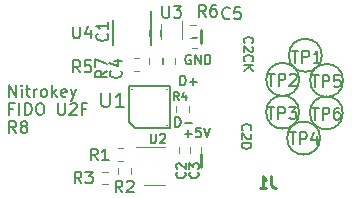
<source format=gto>
G04 #@! TF.GenerationSoftware,KiCad,Pcbnew,(5.0.1)-4*
G04 #@! TF.CreationDate,2019-01-04T14:17:08+01:00*
G04 #@! TF.ProjectId,nk-u2f,6E6B2D7532662E6B696361645F706362,R8*
G04 #@! TF.SameCoordinates,PX6e8e008PY57c9250*
G04 #@! TF.FileFunction,Legend,Top*
G04 #@! TF.FilePolarity,Positive*
%FSLAX46Y46*%
G04 Gerber Fmt 4.6, Leading zero omitted, Abs format (unit mm)*
G04 Created by KiCad (PCBNEW (5.0.1)-4) date 04.01.2019 14:17:08*
%MOMM*%
%LPD*%
G01*
G04 APERTURE LIST*
%ADD10C,0.150000*%
%ADD11C,0.120000*%
%ADD12C,0.254000*%
%ADD13C,0.250000*%
%ADD14C,0.304800*%
G04 APERTURE END LIST*
D10*
X316133Y-9899680D02*
X-17200Y-9423490D01*
X-255296Y-9899680D02*
X-255296Y-8899680D01*
X125657Y-8899680D01*
X220895Y-8947300D01*
X268514Y-8994919D01*
X316133Y-9090157D01*
X316133Y-9233014D01*
X268514Y-9328252D01*
X220895Y-9375871D01*
X125657Y-9423490D01*
X-255296Y-9423490D01*
X887561Y-9328252D02*
X792323Y-9280633D01*
X744704Y-9233014D01*
X697085Y-9137776D01*
X697085Y-9090157D01*
X744704Y-8994919D01*
X792323Y-8947300D01*
X887561Y-8899680D01*
X1078038Y-8899680D01*
X1173276Y-8947300D01*
X1220895Y-8994919D01*
X1268514Y-9090157D01*
X1268514Y-9137776D01*
X1220895Y-9233014D01*
X1173276Y-9280633D01*
X1078038Y-9328252D01*
X887561Y-9328252D01*
X792323Y-9375871D01*
X744704Y-9423490D01*
X697085Y-9518728D01*
X697085Y-9709204D01*
X744704Y-9804442D01*
X792323Y-9852061D01*
X887561Y-9899680D01*
X1078038Y-9899680D01*
X1173276Y-9852061D01*
X1220895Y-9804442D01*
X1268514Y-9709204D01*
X1268514Y-9518728D01*
X1220895Y-9423490D01*
X1173276Y-9375871D01*
X1078038Y-9328252D01*
X68828Y-7851871D02*
X-264505Y-7851871D01*
X-264505Y-8375680D02*
X-264505Y-7375680D01*
X211685Y-7375680D01*
X592638Y-8375680D02*
X592638Y-7375680D01*
X1068828Y-8375680D02*
X1068828Y-7375680D01*
X1306923Y-7375680D01*
X1449780Y-7423300D01*
X1545019Y-7518538D01*
X1592638Y-7613776D01*
X1640257Y-7804252D01*
X1640257Y-7947109D01*
X1592638Y-8137585D01*
X1545019Y-8232823D01*
X1449780Y-8328061D01*
X1306923Y-8375680D01*
X1068828Y-8375680D01*
X2259304Y-7375680D02*
X2449780Y-7375680D01*
X2545019Y-7423300D01*
X2640257Y-7518538D01*
X2687876Y-7709014D01*
X2687876Y-8042347D01*
X2640257Y-8232823D01*
X2545019Y-8328061D01*
X2449780Y-8375680D01*
X2259304Y-8375680D01*
X2164066Y-8328061D01*
X2068828Y-8232823D01*
X2021209Y-8042347D01*
X2021209Y-7709014D01*
X2068828Y-7518538D01*
X2164066Y-7423300D01*
X2259304Y-7375680D01*
X3878352Y-7375680D02*
X3878352Y-8185204D01*
X3925971Y-8280442D01*
X3973590Y-8328061D01*
X4068828Y-8375680D01*
X4259304Y-8375680D01*
X4354542Y-8328061D01*
X4402161Y-8280442D01*
X4449780Y-8185204D01*
X4449780Y-7375680D01*
X4878352Y-7470919D02*
X4925971Y-7423300D01*
X5021209Y-7375680D01*
X5259304Y-7375680D01*
X5354542Y-7423300D01*
X5402161Y-7470919D01*
X5449780Y-7566157D01*
X5449780Y-7661395D01*
X5402161Y-7804252D01*
X4830733Y-8375680D01*
X5449780Y-8375680D01*
X6211685Y-7851871D02*
X5878352Y-7851871D01*
X5878352Y-8375680D02*
X5878352Y-7375680D01*
X6354542Y-7375680D01*
X-258215Y-6838980D02*
X-258215Y-5838980D01*
X313214Y-6838980D01*
X313214Y-5838980D01*
X789404Y-6838980D02*
X789404Y-6172314D01*
X789404Y-5838980D02*
X741785Y-5886600D01*
X789404Y-5934219D01*
X837023Y-5886600D01*
X789404Y-5838980D01*
X789404Y-5934219D01*
X1122738Y-6172314D02*
X1503690Y-6172314D01*
X1265595Y-5838980D02*
X1265595Y-6696123D01*
X1313214Y-6791361D01*
X1408452Y-6838980D01*
X1503690Y-6838980D01*
X1837023Y-6838980D02*
X1837023Y-6172314D01*
X1837023Y-6362790D02*
X1884642Y-6267552D01*
X1932261Y-6219933D01*
X2027500Y-6172314D01*
X2122738Y-6172314D01*
X2598928Y-6838980D02*
X2503690Y-6791361D01*
X2456071Y-6743742D01*
X2408452Y-6648504D01*
X2408452Y-6362790D01*
X2456071Y-6267552D01*
X2503690Y-6219933D01*
X2598928Y-6172314D01*
X2741785Y-6172314D01*
X2837023Y-6219933D01*
X2884642Y-6267552D01*
X2932261Y-6362790D01*
X2932261Y-6648504D01*
X2884642Y-6743742D01*
X2837023Y-6791361D01*
X2741785Y-6838980D01*
X2598928Y-6838980D01*
X3360833Y-6838980D02*
X3360833Y-5838980D01*
X3456071Y-6458028D02*
X3741785Y-6838980D01*
X3741785Y-6172314D02*
X3360833Y-6553266D01*
X4551309Y-6791361D02*
X4456071Y-6838980D01*
X4265595Y-6838980D01*
X4170357Y-6791361D01*
X4122738Y-6696123D01*
X4122738Y-6315171D01*
X4170357Y-6219933D01*
X4265595Y-6172314D01*
X4456071Y-6172314D01*
X4551309Y-6219933D01*
X4598928Y-6315171D01*
X4598928Y-6410409D01*
X4122738Y-6505647D01*
X4932261Y-6172314D02*
X5170357Y-6838980D01*
X5408452Y-6172314D02*
X5170357Y-6838980D01*
X5075119Y-7077076D01*
X5027500Y-7124695D01*
X4932261Y-7172314D01*
X19518485Y-9666666D02*
X19480390Y-9628571D01*
X19442295Y-9514285D01*
X19442295Y-9438095D01*
X19480390Y-9323809D01*
X19556580Y-9247619D01*
X19632771Y-9209523D01*
X19785152Y-9171428D01*
X19899438Y-9171428D01*
X20051819Y-9209523D01*
X20128009Y-9247619D01*
X20204200Y-9323809D01*
X20242295Y-9438095D01*
X20242295Y-9514285D01*
X20204200Y-9628571D01*
X20166104Y-9666666D01*
X20166104Y-9971428D02*
X20204200Y-10009523D01*
X20242295Y-10085714D01*
X20242295Y-10276190D01*
X20204200Y-10352380D01*
X20166104Y-10390476D01*
X20089914Y-10428571D01*
X20013723Y-10428571D01*
X19899438Y-10390476D01*
X19442295Y-9933333D01*
X19442295Y-10428571D01*
X19442295Y-10771428D02*
X20242295Y-10771428D01*
X20242295Y-10961904D01*
X20204200Y-11076190D01*
X20128009Y-11152380D01*
X20051819Y-11190476D01*
X19899438Y-11228571D01*
X19785152Y-11228571D01*
X19632771Y-11190476D01*
X19556580Y-11152380D01*
X19480390Y-11076190D01*
X19442295Y-10961904D01*
X19442295Y-10771428D01*
X19672485Y-2266766D02*
X19634390Y-2228671D01*
X19596295Y-2114385D01*
X19596295Y-2038195D01*
X19634390Y-1923909D01*
X19710580Y-1847719D01*
X19786771Y-1809623D01*
X19939152Y-1771528D01*
X20053438Y-1771528D01*
X20205819Y-1809623D01*
X20282009Y-1847719D01*
X20358200Y-1923909D01*
X20396295Y-2038195D01*
X20396295Y-2114385D01*
X20358200Y-2228671D01*
X20320104Y-2266766D01*
X20320104Y-2571528D02*
X20358200Y-2609623D01*
X20396295Y-2685814D01*
X20396295Y-2876290D01*
X20358200Y-2952480D01*
X20320104Y-2990576D01*
X20243914Y-3028671D01*
X20167723Y-3028671D01*
X20053438Y-2990576D01*
X19596295Y-2533433D01*
X19596295Y-3028671D01*
X19672485Y-3828671D02*
X19634390Y-3790576D01*
X19596295Y-3676290D01*
X19596295Y-3600100D01*
X19634390Y-3485814D01*
X19710580Y-3409623D01*
X19786771Y-3371528D01*
X19939152Y-3333433D01*
X20053438Y-3333433D01*
X20205819Y-3371528D01*
X20282009Y-3409623D01*
X20358200Y-3485814D01*
X20396295Y-3600100D01*
X20396295Y-3676290D01*
X20358200Y-3790576D01*
X20320104Y-3828671D01*
X19596295Y-4171528D02*
X20396295Y-4171528D01*
X19596295Y-4628671D02*
X20053438Y-4285814D01*
X20396295Y-4628671D02*
X19939152Y-4171528D01*
X14575628Y-9957142D02*
X15185152Y-9957142D01*
X14880390Y-10261904D02*
X14880390Y-9652380D01*
X15947057Y-9461904D02*
X15566104Y-9461904D01*
X15528009Y-9842857D01*
X15566104Y-9804761D01*
X15642295Y-9766666D01*
X15832771Y-9766666D01*
X15908961Y-9804761D01*
X15947057Y-9842857D01*
X15985152Y-9919047D01*
X15985152Y-10109523D01*
X15947057Y-10185714D01*
X15908961Y-10223809D01*
X15832771Y-10261904D01*
X15642295Y-10261904D01*
X15566104Y-10223809D01*
X15528009Y-10185714D01*
X16213723Y-9461904D02*
X16480390Y-10261904D01*
X16747057Y-9461904D01*
X13799438Y-9361904D02*
X13799438Y-8561904D01*
X13989914Y-8561904D01*
X14104200Y-8600000D01*
X14180390Y-8676190D01*
X14218485Y-8752380D01*
X14256580Y-8904761D01*
X14256580Y-9019047D01*
X14218485Y-9171428D01*
X14180390Y-9247619D01*
X14104200Y-9323809D01*
X13989914Y-9361904D01*
X13799438Y-9361904D01*
X14599438Y-9057142D02*
X15208961Y-9057142D01*
X14199438Y-5861904D02*
X14199438Y-5061904D01*
X14389914Y-5061904D01*
X14504200Y-5100000D01*
X14580390Y-5176190D01*
X14618485Y-5252380D01*
X14656580Y-5404761D01*
X14656580Y-5519047D01*
X14618485Y-5671428D01*
X14580390Y-5747619D01*
X14504200Y-5823809D01*
X14389914Y-5861904D01*
X14199438Y-5861904D01*
X14999438Y-5557142D02*
X15608961Y-5557142D01*
X15304200Y-5861904D02*
X15304200Y-5252380D01*
X15094676Y-3300000D02*
X15018485Y-3261904D01*
X14904200Y-3261904D01*
X14789914Y-3300000D01*
X14713723Y-3376190D01*
X14675628Y-3452380D01*
X14637533Y-3604761D01*
X14637533Y-3719047D01*
X14675628Y-3871428D01*
X14713723Y-3947619D01*
X14789914Y-4023809D01*
X14904200Y-4061904D01*
X14980390Y-4061904D01*
X15094676Y-4023809D01*
X15132771Y-3985714D01*
X15132771Y-3719047D01*
X14980390Y-3719047D01*
X15475628Y-4061904D02*
X15475628Y-3261904D01*
X15932771Y-4061904D01*
X15932771Y-3261904D01*
X16313723Y-4061904D02*
X16313723Y-3261904D01*
X16504200Y-3261904D01*
X16618485Y-3300000D01*
X16694676Y-3376190D01*
X16732771Y-3452380D01*
X16770866Y-3604761D01*
X16770866Y-3719047D01*
X16732771Y-3871428D01*
X16694676Y-3947619D01*
X16618485Y-4023809D01*
X16504200Y-4061904D01*
X16313723Y-4061904D01*
X26052872Y-10324800D02*
G75*
G03X26052872Y-10324800I-1395672J0D01*
G01*
X27970572Y-8192529D02*
G75*
G03X27970572Y-8192529I-1395672J0D01*
G01*
X24274872Y-8129029D02*
G75*
G03X24274872Y-8129029I-1395672J0D01*
G01*
X24274872Y-5360429D02*
G75*
G03X24274872Y-5360429I-1395672J0D01*
G01*
X27997301Y-5448000D02*
G75*
G03X27997301Y-5448000I-1395672J0D01*
G01*
X26193901Y-3314400D02*
G75*
G03X26193901Y-3314400I-1395672J0D01*
G01*
G04 #@! TO.C,U1*
X9850000Y-5950000D02*
X9850000Y-8950000D01*
X9850000Y-8950000D02*
X10350000Y-9450000D01*
X10350000Y-9450000D02*
X13350000Y-9450000D01*
X13350000Y-9450000D02*
X13350000Y-5950000D01*
X13350000Y-5950000D02*
X9850000Y-5950000D01*
X10100000Y-9200000D02*
X10100000Y-9200000D01*
X10100000Y-6200000D02*
X10100000Y-6200000D01*
X10100000Y-6200000D02*
X10100000Y-6200000D01*
X13100000Y-9200000D02*
X13100000Y-9200000D01*
X13100000Y-9200000D02*
X13100000Y-9200000D01*
X13100000Y-6200000D02*
X13100000Y-6200000D01*
X13100000Y-6200000D02*
X13100000Y-6200000D01*
D11*
G04 #@! TO.C,C3*
X15030000Y-11050000D02*
X15030000Y-11550000D01*
X15970000Y-11550000D02*
X15970000Y-11050000D01*
D12*
G04 #@! TO.C,J1*
X15974020Y-11661490D02*
X15974020Y-12761310D01*
X15974020Y-2263490D02*
X15974020Y-1163670D01*
D11*
G04 #@! TO.C,U2*
X11100000Y-14310000D02*
X12900000Y-14310000D01*
X12900000Y-11090000D02*
X10450000Y-11090000D01*
D10*
G04 #@! TO.C,U4*
X8475000Y-350000D02*
X8475000Y-2450000D01*
X11725000Y425000D02*
X11725000Y-2450000D01*
D11*
G04 #@! TO.C,C2*
X14074200Y-11050000D02*
X14074200Y-11550000D01*
X15014200Y-11550000D02*
X15014200Y-11050000D01*
G04 #@! TO.C,U3*
X12554200Y-1950000D02*
X12554200Y-650000D01*
X14354200Y-400000D02*
X14354200Y-1950000D01*
G04 #@! TO.C,R1*
X9404200Y-11170000D02*
X8904200Y-11170000D01*
X8904200Y-12230000D02*
X9404200Y-12230000D01*
G04 #@! TO.C,R2*
X10030000Y-13400000D02*
X10030000Y-12900000D01*
X8970000Y-12900000D02*
X8970000Y-13400000D01*
G04 #@! TO.C,R3*
X8104200Y-13170000D02*
X7604200Y-13170000D01*
X7604200Y-14230000D02*
X8104200Y-14230000D01*
G04 #@! TO.C,R4*
X13874200Y-7650000D02*
X13874200Y-8150000D01*
X14934200Y-8150000D02*
X14934200Y-7650000D01*
G04 #@! TO.C,R5*
X10254200Y-4630000D02*
X10754200Y-4630000D01*
X10754200Y-3570000D02*
X10254200Y-3570000D01*
G04 #@! TO.C,R7*
X12630000Y-4050000D02*
X12630000Y-3550000D01*
X11570000Y-3550000D02*
X11570000Y-4050000D01*
G04 #@! TO.C,C4*
X13724200Y-4050000D02*
X13724200Y-3550000D01*
X12784200Y-3550000D02*
X12784200Y-4050000D01*
G04 #@! TO.C,C1*
X11580000Y-1150000D02*
X11580000Y-1650000D01*
X12520000Y-1650000D02*
X12520000Y-1150000D01*
G04 #@! TO.C,C5*
X15670400Y-1764900D02*
X15170400Y-1764900D01*
X15170400Y-2704900D02*
X15670400Y-2704900D01*
G04 #@! TO.C,R6*
X15574200Y-790000D02*
X15074200Y-790000D01*
X15074200Y-1850000D02*
X15574200Y-1850000D01*
G04 #@! TO.C,U1*
D10*
X7539914Y-6492857D02*
X7539914Y-7464285D01*
X7597057Y-7578571D01*
X7654200Y-7635714D01*
X7768485Y-7692857D01*
X7997057Y-7692857D01*
X8111342Y-7635714D01*
X8168485Y-7578571D01*
X8225628Y-7464285D01*
X8225628Y-6492857D01*
X9425628Y-7692857D02*
X8739914Y-7692857D01*
X9082771Y-7692857D02*
X9082771Y-6492857D01*
X8968485Y-6664285D01*
X8854200Y-6778571D01*
X8739914Y-6835714D01*
G04 #@! TO.C,C3*
X15689914Y-13233333D02*
X15728009Y-13271428D01*
X15766104Y-13385714D01*
X15766104Y-13461904D01*
X15728009Y-13576190D01*
X15651819Y-13652380D01*
X15575628Y-13690476D01*
X15423247Y-13728571D01*
X15308961Y-13728571D01*
X15156580Y-13690476D01*
X15080390Y-13652380D01*
X15004200Y-13576190D01*
X14966104Y-13461904D01*
X14966104Y-13385714D01*
X15004200Y-13271428D01*
X15042295Y-13233333D01*
X14966104Y-12966666D02*
X14966104Y-12471428D01*
X15270866Y-12738095D01*
X15270866Y-12623809D01*
X15308961Y-12547619D01*
X15347057Y-12509523D01*
X15423247Y-12471428D01*
X15613723Y-12471428D01*
X15689914Y-12509523D01*
X15728009Y-12547619D01*
X15766104Y-12623809D01*
X15766104Y-12852380D01*
X15728009Y-12928571D01*
X15689914Y-12966666D01*
G04 #@! TO.C,J1*
D13*
X21933333Y-13552380D02*
X21933333Y-14266666D01*
X21980952Y-14409523D01*
X22076190Y-14504761D01*
X22219047Y-14552380D01*
X22314285Y-14552380D01*
X20933333Y-14552380D02*
X21504761Y-14552380D01*
X21219047Y-14552380D02*
X21219047Y-13552380D01*
X21314285Y-13695238D01*
X21409523Y-13790476D01*
X21504761Y-13838095D01*
D14*
G04 #@! TO.C,U2*
D10*
X11694676Y-9961904D02*
X11694676Y-10609523D01*
X11732771Y-10685714D01*
X11770866Y-10723809D01*
X11847057Y-10761904D01*
X11999438Y-10761904D01*
X12075628Y-10723809D01*
X12113723Y-10685714D01*
X12151819Y-10609523D01*
X12151819Y-9961904D01*
X12494676Y-10038095D02*
X12532771Y-10000000D01*
X12608961Y-9961904D01*
X12799438Y-9961904D01*
X12875628Y-10000000D01*
X12913723Y-10038095D01*
X12951819Y-10114285D01*
X12951819Y-10190476D01*
X12913723Y-10304761D01*
X12456580Y-10761904D01*
X12951819Y-10761904D01*
G04 #@! TO.C,U4*
X5152295Y-882380D02*
X5152295Y-1691904D01*
X5199914Y-1787142D01*
X5247533Y-1834761D01*
X5342771Y-1882380D01*
X5533247Y-1882380D01*
X5628485Y-1834761D01*
X5676104Y-1787142D01*
X5723723Y-1691904D01*
X5723723Y-882380D01*
X6628485Y-1215714D02*
X6628485Y-1882380D01*
X6390390Y-834761D02*
X6152295Y-1549047D01*
X6771342Y-1549047D01*
G04 #@! TO.C,C2*
X14579914Y-13233333D02*
X14618009Y-13271428D01*
X14656104Y-13385714D01*
X14656104Y-13461904D01*
X14618009Y-13576190D01*
X14541819Y-13652380D01*
X14465628Y-13690476D01*
X14313247Y-13728571D01*
X14198961Y-13728571D01*
X14046580Y-13690476D01*
X13970390Y-13652380D01*
X13894200Y-13576190D01*
X13856104Y-13461904D01*
X13856104Y-13385714D01*
X13894200Y-13271428D01*
X13932295Y-13233333D01*
X13932295Y-12928571D02*
X13894200Y-12890476D01*
X13856104Y-12814285D01*
X13856104Y-12623809D01*
X13894200Y-12547619D01*
X13932295Y-12509523D01*
X14008485Y-12471428D01*
X14084676Y-12471428D01*
X14198961Y-12509523D01*
X14656104Y-12966666D01*
X14656104Y-12471428D01*
G04 #@! TO.C,U3*
X12692295Y873220D02*
X12692295Y63696D01*
X12739914Y-31542D01*
X12787533Y-79161D01*
X12882771Y-126780D01*
X13073247Y-126780D01*
X13168485Y-79161D01*
X13216104Y-31542D01*
X13263723Y63696D01*
X13263723Y873220D01*
X13644676Y873220D02*
X14263723Y873220D01*
X13930390Y492267D01*
X14073247Y492267D01*
X14168485Y444648D01*
X14216104Y397029D01*
X14263723Y301791D01*
X14263723Y63696D01*
X14216104Y-31542D01*
X14168485Y-79161D01*
X14073247Y-126780D01*
X13787533Y-126780D01*
X13692295Y-79161D01*
X13644676Y-31542D01*
G04 #@! TO.C,R1*
X7214613Y-12213340D02*
X6881280Y-11737150D01*
X6643184Y-12213340D02*
X6643184Y-11213340D01*
X7024137Y-11213340D01*
X7119375Y-11260960D01*
X7166994Y-11308579D01*
X7214613Y-11403817D01*
X7214613Y-11546674D01*
X7166994Y-11641912D01*
X7119375Y-11689531D01*
X7024137Y-11737150D01*
X6643184Y-11737150D01*
X8166994Y-12213340D02*
X7595565Y-12213340D01*
X7881280Y-12213340D02*
X7881280Y-11213340D01*
X7786041Y-11356198D01*
X7690803Y-11451436D01*
X7595565Y-11499055D01*
G04 #@! TO.C,R2*
X9303333Y-14922380D02*
X8970000Y-14446190D01*
X8731904Y-14922380D02*
X8731904Y-13922380D01*
X9112857Y-13922380D01*
X9208095Y-13970000D01*
X9255714Y-14017619D01*
X9303333Y-14112857D01*
X9303333Y-14255714D01*
X9255714Y-14350952D01*
X9208095Y-14398571D01*
X9112857Y-14446190D01*
X8731904Y-14446190D01*
X9684285Y-14017619D02*
X9731904Y-13970000D01*
X9827142Y-13922380D01*
X10065238Y-13922380D01*
X10160476Y-13970000D01*
X10208095Y-14017619D01*
X10255714Y-14112857D01*
X10255714Y-14208095D01*
X10208095Y-14350952D01*
X9636666Y-14922380D01*
X10255714Y-14922380D01*
G04 #@! TO.C,R3*
X5847533Y-14162380D02*
X5514200Y-13686190D01*
X5276104Y-14162380D02*
X5276104Y-13162380D01*
X5657057Y-13162380D01*
X5752295Y-13210000D01*
X5799914Y-13257619D01*
X5847533Y-13352857D01*
X5847533Y-13495714D01*
X5799914Y-13590952D01*
X5752295Y-13638571D01*
X5657057Y-13686190D01*
X5276104Y-13686190D01*
X6180866Y-13162380D02*
X6799914Y-13162380D01*
X6466580Y-13543333D01*
X6609438Y-13543333D01*
X6704676Y-13590952D01*
X6752295Y-13638571D01*
X6799914Y-13733809D01*
X6799914Y-13971904D01*
X6752295Y-14067142D01*
X6704676Y-14114761D01*
X6609438Y-14162380D01*
X6323723Y-14162380D01*
X6228485Y-14114761D01*
X6180866Y-14067142D01*
G04 #@! TO.C,R4*
X14087533Y-7116666D02*
X13854200Y-6783333D01*
X13687533Y-7116666D02*
X13687533Y-6416666D01*
X13954200Y-6416666D01*
X14020866Y-6450000D01*
X14054200Y-6483333D01*
X14087533Y-6550000D01*
X14087533Y-6650000D01*
X14054200Y-6716666D01*
X14020866Y-6750000D01*
X13954200Y-6783333D01*
X13687533Y-6783333D01*
X14687533Y-6650000D02*
X14687533Y-7116666D01*
X14520866Y-6383333D02*
X14354200Y-6883333D01*
X14787533Y-6883333D01*
G04 #@! TO.C,R5*
X5737533Y-4752380D02*
X5404200Y-4276190D01*
X5166104Y-4752380D02*
X5166104Y-3752380D01*
X5547057Y-3752380D01*
X5642295Y-3800000D01*
X5689914Y-3847619D01*
X5737533Y-3942857D01*
X5737533Y-4085714D01*
X5689914Y-4180952D01*
X5642295Y-4228571D01*
X5547057Y-4276190D01*
X5166104Y-4276190D01*
X6642295Y-3752380D02*
X6166104Y-3752380D01*
X6118485Y-4228571D01*
X6166104Y-4180952D01*
X6261342Y-4133333D01*
X6499438Y-4133333D01*
X6594676Y-4180952D01*
X6642295Y-4228571D01*
X6689914Y-4323809D01*
X6689914Y-4561904D01*
X6642295Y-4657142D01*
X6594676Y-4704761D01*
X6499438Y-4752380D01*
X6261342Y-4752380D01*
X6166104Y-4704761D01*
X6118485Y-4657142D01*
G04 #@! TO.C,R7*
X8006580Y-4616666D02*
X7530390Y-4950000D01*
X8006580Y-5188095D02*
X7006580Y-5188095D01*
X7006580Y-4807142D01*
X7054200Y-4711904D01*
X7101819Y-4664285D01*
X7197057Y-4616666D01*
X7339914Y-4616666D01*
X7435152Y-4664285D01*
X7482771Y-4711904D01*
X7530390Y-4807142D01*
X7530390Y-5188095D01*
X7006580Y-4283333D02*
X7006580Y-3616666D01*
X8006580Y-4045238D01*
G04 #@! TO.C,C4*
X9161342Y-4616666D02*
X9208961Y-4664285D01*
X9256580Y-4807142D01*
X9256580Y-4902380D01*
X9208961Y-5045238D01*
X9113723Y-5140476D01*
X9018485Y-5188095D01*
X8828009Y-5235714D01*
X8685152Y-5235714D01*
X8494676Y-5188095D01*
X8399438Y-5140476D01*
X8304200Y-5045238D01*
X8256580Y-4902380D01*
X8256580Y-4807142D01*
X8304200Y-4664285D01*
X8351819Y-4616666D01*
X8589914Y-3759523D02*
X9256580Y-3759523D01*
X8208961Y-3997619D02*
X8923247Y-4235714D01*
X8923247Y-3616666D01*
G04 #@! TO.C,C1*
X8021342Y-1486666D02*
X8068961Y-1534285D01*
X8116580Y-1677142D01*
X8116580Y-1772380D01*
X8068961Y-1915238D01*
X7973723Y-2010476D01*
X7878485Y-2058095D01*
X7688009Y-2105714D01*
X7545152Y-2105714D01*
X7354676Y-2058095D01*
X7259438Y-2010476D01*
X7164200Y-1915238D01*
X7116580Y-1772380D01*
X7116580Y-1677142D01*
X7164200Y-1534285D01*
X7211819Y-1486666D01*
X8116580Y-534285D02*
X8116580Y-1105714D01*
X8116580Y-820000D02*
X7116580Y-820000D01*
X7259438Y-915238D01*
X7354676Y-1010476D01*
X7402295Y-1105714D01*
G04 #@! TO.C,TP1*
X23649295Y-2931880D02*
X24220723Y-2931880D01*
X23935009Y-3931880D02*
X23935009Y-2931880D01*
X24554057Y-3931880D02*
X24554057Y-2931880D01*
X24935009Y-2931880D01*
X25030247Y-2979500D01*
X25077866Y-3027119D01*
X25125485Y-3122357D01*
X25125485Y-3265214D01*
X25077866Y-3360452D01*
X25030247Y-3408071D01*
X24935009Y-3455690D01*
X24554057Y-3455690D01*
X26077866Y-3931880D02*
X25506438Y-3931880D01*
X25792152Y-3931880D02*
X25792152Y-2931880D01*
X25696914Y-3074738D01*
X25601676Y-3169976D01*
X25506438Y-3217595D01*
G04 #@! TO.C,TP5*
X25351095Y-4989280D02*
X25922523Y-4989280D01*
X25636809Y-5989280D02*
X25636809Y-4989280D01*
X26255857Y-5989280D02*
X26255857Y-4989280D01*
X26636809Y-4989280D01*
X26732047Y-5036900D01*
X26779666Y-5084519D01*
X26827285Y-5179757D01*
X26827285Y-5322614D01*
X26779666Y-5417852D01*
X26732047Y-5465471D01*
X26636809Y-5513090D01*
X26255857Y-5513090D01*
X27732047Y-4989280D02*
X27255857Y-4989280D01*
X27208238Y-5465471D01*
X27255857Y-5417852D01*
X27351095Y-5370233D01*
X27589190Y-5370233D01*
X27684428Y-5417852D01*
X27732047Y-5465471D01*
X27779666Y-5560709D01*
X27779666Y-5798804D01*
X27732047Y-5894042D01*
X27684428Y-5941661D01*
X27589190Y-5989280D01*
X27351095Y-5989280D01*
X27255857Y-5941661D01*
X27208238Y-5894042D01*
G04 #@! TO.C,TP2*
X21629995Y-4887680D02*
X22201423Y-4887680D01*
X21915709Y-5887680D02*
X21915709Y-4887680D01*
X22534757Y-5887680D02*
X22534757Y-4887680D01*
X22915709Y-4887680D01*
X23010947Y-4935300D01*
X23058566Y-4982919D01*
X23106185Y-5078157D01*
X23106185Y-5221014D01*
X23058566Y-5316252D01*
X23010947Y-5363871D01*
X22915709Y-5411490D01*
X22534757Y-5411490D01*
X23487138Y-4982919D02*
X23534757Y-4935300D01*
X23629995Y-4887680D01*
X23868090Y-4887680D01*
X23963328Y-4935300D01*
X24010947Y-4982919D01*
X24058566Y-5078157D01*
X24058566Y-5173395D01*
X24010947Y-5316252D01*
X23439519Y-5887680D01*
X24058566Y-5887680D01*
G04 #@! TO.C,TP3*
X21617295Y-7707080D02*
X22188723Y-7707080D01*
X21903009Y-8707080D02*
X21903009Y-7707080D01*
X22522057Y-8707080D02*
X22522057Y-7707080D01*
X22903009Y-7707080D01*
X22998247Y-7754700D01*
X23045866Y-7802319D01*
X23093485Y-7897557D01*
X23093485Y-8040414D01*
X23045866Y-8135652D01*
X22998247Y-8183271D01*
X22903009Y-8230890D01*
X22522057Y-8230890D01*
X23426819Y-7707080D02*
X24045866Y-7707080D01*
X23712533Y-8088033D01*
X23855390Y-8088033D01*
X23950628Y-8135652D01*
X23998247Y-8183271D01*
X24045866Y-8278509D01*
X24045866Y-8516604D01*
X23998247Y-8611842D01*
X23950628Y-8659461D01*
X23855390Y-8707080D01*
X23569676Y-8707080D01*
X23474438Y-8659461D01*
X23426819Y-8611842D01*
G04 #@! TO.C,TP6*
X25351095Y-7757880D02*
X25922523Y-7757880D01*
X25636809Y-8757880D02*
X25636809Y-7757880D01*
X26255857Y-8757880D02*
X26255857Y-7757880D01*
X26636809Y-7757880D01*
X26732047Y-7805500D01*
X26779666Y-7853119D01*
X26827285Y-7948357D01*
X26827285Y-8091214D01*
X26779666Y-8186452D01*
X26732047Y-8234071D01*
X26636809Y-8281690D01*
X26255857Y-8281690D01*
X27684428Y-7757880D02*
X27493952Y-7757880D01*
X27398714Y-7805500D01*
X27351095Y-7853119D01*
X27255857Y-7995976D01*
X27208238Y-8186452D01*
X27208238Y-8567404D01*
X27255857Y-8662642D01*
X27303476Y-8710261D01*
X27398714Y-8757880D01*
X27589190Y-8757880D01*
X27684428Y-8710261D01*
X27732047Y-8662642D01*
X27779666Y-8567404D01*
X27779666Y-8329309D01*
X27732047Y-8234071D01*
X27684428Y-8186452D01*
X27589190Y-8138833D01*
X27398714Y-8138833D01*
X27303476Y-8186452D01*
X27255857Y-8234071D01*
X27208238Y-8329309D01*
G04 #@! TO.C,TP4*
X23458795Y-9840680D02*
X24030223Y-9840680D01*
X23744509Y-10840680D02*
X23744509Y-9840680D01*
X24363557Y-10840680D02*
X24363557Y-9840680D01*
X24744509Y-9840680D01*
X24839747Y-9888300D01*
X24887366Y-9935919D01*
X24934985Y-10031157D01*
X24934985Y-10174014D01*
X24887366Y-10269252D01*
X24839747Y-10316871D01*
X24744509Y-10364490D01*
X24363557Y-10364490D01*
X25792128Y-10174014D02*
X25792128Y-10840680D01*
X25554033Y-9793061D02*
X25315938Y-10507347D01*
X25934985Y-10507347D01*
G04 #@! TO.C,C5*
X18387533Y-157142D02*
X18339914Y-204761D01*
X18197057Y-252380D01*
X18101819Y-252380D01*
X17958961Y-204761D01*
X17863723Y-109523D01*
X17816104Y-14285D01*
X17768485Y176191D01*
X17768485Y319048D01*
X17816104Y509524D01*
X17863723Y604762D01*
X17958961Y700000D01*
X18101819Y747620D01*
X18197057Y747620D01*
X18339914Y700000D01*
X18387533Y652381D01*
X19292295Y747620D02*
X18816104Y747620D01*
X18768485Y271429D01*
X18816104Y319048D01*
X18911342Y366667D01*
X19149438Y366667D01*
X19244676Y319048D01*
X19292295Y271429D01*
X19339914Y176191D01*
X19339914Y-61904D01*
X19292295Y-157142D01*
X19244676Y-204761D01*
X19149438Y-252380D01*
X18911342Y-252380D01*
X18816104Y-204761D01*
X18768485Y-157142D01*
G04 #@! TO.C,R6*
X16369133Y-52380D02*
X16035800Y423810D01*
X15797704Y-52380D02*
X15797704Y947620D01*
X16178657Y947620D01*
X16273895Y900000D01*
X16321514Y852381D01*
X16369133Y757143D01*
X16369133Y614286D01*
X16321514Y519048D01*
X16273895Y471429D01*
X16178657Y423810D01*
X15797704Y423810D01*
X17226276Y947620D02*
X17035800Y947620D01*
X16940561Y900000D01*
X16892942Y852381D01*
X16797704Y709524D01*
X16750085Y519048D01*
X16750085Y138096D01*
X16797704Y42858D01*
X16845323Y-4761D01*
X16940561Y-52380D01*
X17131038Y-52380D01*
X17226276Y-4761D01*
X17273895Y42858D01*
X17321514Y138096D01*
X17321514Y376191D01*
X17273895Y471429D01*
X17226276Y519048D01*
X17131038Y566667D01*
X16940561Y566667D01*
X16845323Y519048D01*
X16797704Y471429D01*
X16750085Y376191D01*
G04 #@! TD*
M02*

</source>
